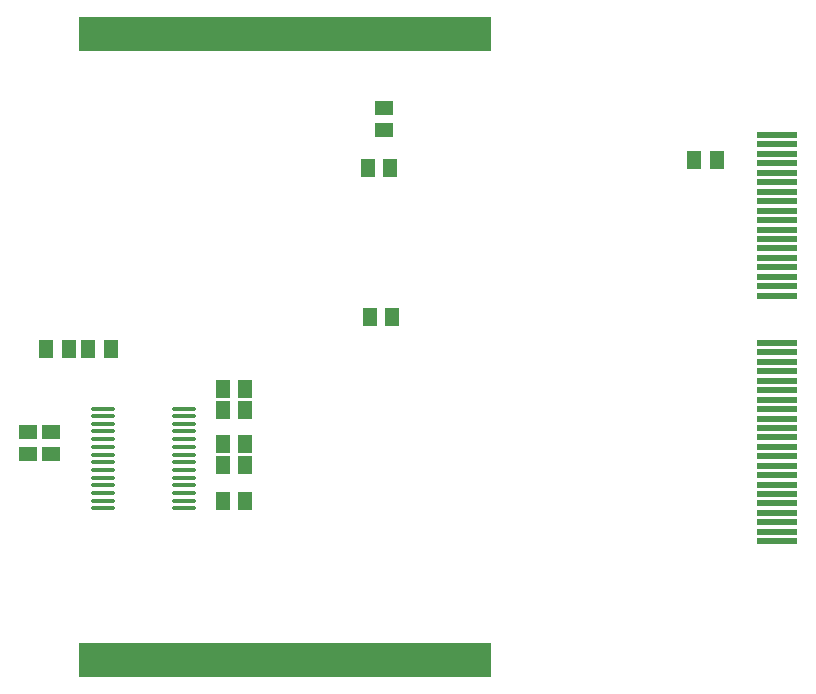
<source format=gtp>
G04 Layer_Color=8421504*
%FSLAX23Y23*%
%MOIN*%
G70*
G01*
G75*
%ADD10R,0.138X0.022*%
%ADD11R,0.059X0.051*%
%ADD12R,0.051X0.059*%
%ADD13O,0.083X0.014*%
%ADD29R,1.378X0.118*%
%ADD38R,1.378X0.118*%
D10*
X3114Y-648D02*
D03*
Y-617D02*
D03*
Y-585D02*
D03*
Y-554D02*
D03*
Y-522D02*
D03*
Y-491D02*
D03*
Y-459D02*
D03*
Y-428D02*
D03*
Y-396D02*
D03*
Y-365D02*
D03*
Y-333D02*
D03*
Y-302D02*
D03*
Y-270D02*
D03*
Y-239D02*
D03*
Y-207D02*
D03*
Y-176D02*
D03*
Y-144D02*
D03*
Y-113D02*
D03*
Y-81D02*
D03*
Y-50D02*
D03*
Y-18D02*
D03*
Y13D02*
D03*
Y171D02*
D03*
Y202D02*
D03*
Y234D02*
D03*
Y265D02*
D03*
Y297D02*
D03*
Y328D02*
D03*
Y360D02*
D03*
Y391D02*
D03*
Y423D02*
D03*
Y454D02*
D03*
Y486D02*
D03*
Y517D02*
D03*
Y549D02*
D03*
Y580D02*
D03*
Y612D02*
D03*
Y643D02*
D03*
Y675D02*
D03*
Y706D02*
D03*
D11*
X695Y-283D02*
D03*
Y-357D02*
D03*
X620Y-283D02*
D03*
Y-357D02*
D03*
X1805Y723D02*
D03*
Y797D02*
D03*
D12*
X894Y-8D02*
D03*
X819D02*
D03*
X679D02*
D03*
X754D02*
D03*
X2914Y622D02*
D03*
X2839D02*
D03*
X1832Y100D02*
D03*
X1758D02*
D03*
X1827Y595D02*
D03*
X1753D02*
D03*
X1342Y-395D02*
D03*
X1268D02*
D03*
X1342Y-515D02*
D03*
X1268D02*
D03*
X1342Y-210D02*
D03*
X1268D02*
D03*
X1342Y-140D02*
D03*
X1268D02*
D03*
X1342Y-325D02*
D03*
X1268D02*
D03*
D13*
X868Y-206D02*
D03*
Y-231D02*
D03*
Y-257D02*
D03*
Y-282D02*
D03*
Y-308D02*
D03*
Y-334D02*
D03*
Y-359D02*
D03*
Y-385D02*
D03*
Y-410D02*
D03*
Y-436D02*
D03*
Y-462D02*
D03*
Y-487D02*
D03*
Y-513D02*
D03*
Y-538D02*
D03*
X1140Y-206D02*
D03*
Y-231D02*
D03*
Y-257D02*
D03*
Y-282D02*
D03*
Y-308D02*
D03*
Y-334D02*
D03*
Y-359D02*
D03*
Y-385D02*
D03*
Y-410D02*
D03*
Y-436D02*
D03*
Y-462D02*
D03*
Y-487D02*
D03*
Y-513D02*
D03*
Y-538D02*
D03*
D29*
X1476Y-1043D02*
D03*
D38*
Y1043D02*
D03*
M02*

</source>
